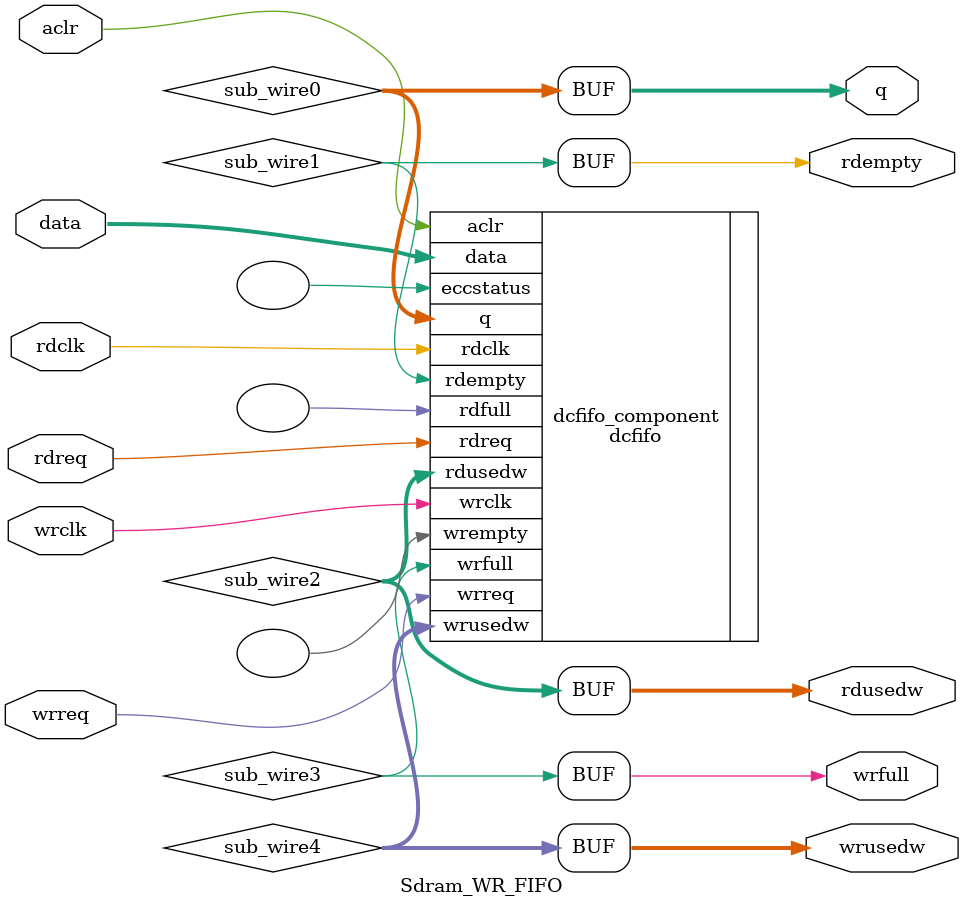
<source format=v>

`timescale 1 ps / 1 ps
// synopsys translate_on
module Sdram_WR_FIFO (
	aclr,
	data,
	rdclk,
	rdreq,
	wrclk,
	wrreq,
	q,
	rdempty,
	rdusedw,
	wrfull,
	wrusedw);

	input	  aclr;
	input	[15:0]  data;
	input	  rdclk;
	input	  rdreq;
	input	  wrclk;
	input	  wrreq;
	output	[15:0]  q;
	output	  rdempty;
	output	[8:0]  rdusedw;
	output	  wrfull;
	output	[8:0]  wrusedw;
`ifndef ALTERA_RESERVED_QIS
// synopsys translate_off
`endif
	tri0	  aclr;
`ifndef ALTERA_RESERVED_QIS
// synopsys translate_on
`endif

	wire [15:0] sub_wire0;
	wire  sub_wire1;
	wire [8:0] sub_wire2;
	wire  sub_wire3;
	wire [8:0] sub_wire4;
	wire [15:0] q = sub_wire0[15:0];
	wire  rdempty = sub_wire1;
	wire [8:0] rdusedw = sub_wire2[8:0];
	wire  wrfull = sub_wire3;
	wire [8:0] wrusedw = sub_wire4[8:0];

	dcfifo	dcfifo_component (
				.aclr (aclr),
				.data (data),
				.rdclk (rdclk),
				.rdreq (rdreq),
				.wrclk (wrclk),
				.wrreq (wrreq),
				.q (sub_wire0),
				.rdempty (sub_wire1),
				.rdusedw (sub_wire2),
				.wrfull (sub_wire3),
				.wrusedw (sub_wire4),
				.eccstatus (),
				.rdfull (),
				.wrempty ());
	defparam
		dcfifo_component.intended_device_family = "Cyclone V",
		dcfifo_component.lpm_hint = "RAM_BLOCK_TYPE=M10K",
		dcfifo_component.lpm_numwords = 512,
		dcfifo_component.lpm_showahead = "OFF",
		dcfifo_component.lpm_type = "dcfifo",
		dcfifo_component.lpm_width = 16,
		dcfifo_component.lpm_widthu = 9,
		dcfifo_component.overflow_checking = "ON",
		dcfifo_component.rdsync_delaypipe = 4,
		dcfifo_component.read_aclr_synch = "OFF",
		dcfifo_component.underflow_checking = "ON",
		dcfifo_component.use_eab = "ON",
		dcfifo_component.write_aclr_synch = "OFF",
		dcfifo_component.wrsync_delaypipe = 4;


endmodule

// ============================================================
// CNX file retrieval info
// ============================================================
// Retrieval info: PRIVATE: AlmostEmpty NUMERIC "0"
// Retrieval info: PRIVATE: AlmostEmptyThr NUMERIC "-1"
// Retrieval info: PRIVATE: AlmostFull NUMERIC "0"
// Retrieval info: PRIVATE: AlmostFullThr NUMERIC "-1"
// Retrieval info: PRIVATE: CLOCKS_ARE_SYNCHRONIZED NUMERIC "0"
// Retrieval info: PRIVATE: Clock NUMERIC "4"
// Retrieval info: PRIVATE: Depth NUMERIC "512"
// Retrieval info: PRIVATE: Empty NUMERIC "1"
// Retrieval info: PRIVATE: Full NUMERIC "1"
// Retrieval info: PRIVATE: INTENDED_DEVICE_FAMILY STRING "Cyclone V"
// Retrieval info: PRIVATE: LE_BasedFIFO NUMERIC "0"
// Retrieval info: PRIVATE: LegacyRREQ NUMERIC "1"
// Retrieval info: PRIVATE: MAX_DEPTH_BY_9 NUMERIC "0"
// Retrieval info: PRIVATE: OVERFLOW_CHECKING NUMERIC "0"
// Retrieval info: PRIVATE: Optimize NUMERIC "1"
// Retrieval info: PRIVATE: RAM_BLOCK_TYPE NUMERIC "2"
// Retrieval info: PRIVATE: SYNTH_WRAPPER_GEN_POSTFIX STRING "0"
// Retrieval info: PRIVATE: UNDERFLOW_CHECKING NUMERIC "0"
// Retrieval info: PRIVATE: UsedW NUMERIC "1"
// Retrieval info: PRIVATE: Width NUMERIC "16"
// Retrieval info: PRIVATE: dc_aclr NUMERIC "1"
// Retrieval info: PRIVATE: diff_widths NUMERIC "0"
// Retrieval info: PRIVATE: msb_usedw NUMERIC "0"
// Retrieval info: PRIVATE: output_width NUMERIC "16"
// Retrieval info: PRIVATE: rsEmpty NUMERIC "1"
// Retrieval info: PRIVATE: rsFull NUMERIC "0"
// Retrieval info: PRIVATE: rsUsedW NUMERIC "1"
// Retrieval info: PRIVATE: sc_aclr NUMERIC "0"
// Retrieval info: PRIVATE: sc_sclr NUMERIC "0"
// Retrieval info: PRIVATE: wsEmpty NUMERIC "0"
// Retrieval info: PRIVATE: wsFull NUMERIC "1"
// Retrieval info: PRIVATE: wsUsedW NUMERIC "1"
// Retrieval info: LIBRARY: altera_mf altera_mf.altera_mf_components.all
// Retrieval info: CONSTANT: INTENDED_DEVICE_FAMILY STRING "Cyclone V"
// Retrieval info: CONSTANT: LPM_HINT STRING "RAM_BLOCK_TYPE=M10K"
// Retrieval info: CONSTANT: LPM_NUMWORDS NUMERIC "512"
// Retrieval info: CONSTANT: LPM_SHOWAHEAD STRING "OFF"
// Retrieval info: CONSTANT: LPM_TYPE STRING "dcfifo"
// Retrieval info: CONSTANT: LPM_WIDTH NUMERIC "16"
// Retrieval info: CONSTANT: LPM_WIDTHU NUMERIC "9"
// Retrieval info: CONSTANT: OVERFLOW_CHECKING STRING "ON"
// Retrieval info: CONSTANT: RDSYNC_DELAYPIPE NUMERIC "4"
// Retrieval info: CONSTANT: READ_ACLR_SYNCH STRING "OFF"
// Retrieval info: CONSTANT: UNDERFLOW_CHECKING STRING "ON"
// Retrieval info: CONSTANT: USE_EAB STRING "ON"
// Retrieval info: CONSTANT: WRITE_ACLR_SYNCH STRING "OFF"
// Retrieval info: CONSTANT: WRSYNC_DELAYPIPE NUMERIC "4"
// Retrieval info: USED_PORT: aclr 0 0 0 0 INPUT GND "aclr"
// Retrieval info: USED_PORT: data 0 0 16 0 INPUT NODEFVAL "data[15..0]"
// Retrieval info: USED_PORT: q 0 0 16 0 OUTPUT NODEFVAL "q[15..0]"
// Retrieval info: USED_PORT: rdclk 0 0 0 0 INPUT NODEFVAL "rdclk"
// Retrieval info: USED_PORT: rdempty 0 0 0 0 OUTPUT NODEFVAL "rdempty"
// Retrieval info: USED_PORT: rdreq 0 0 0 0 INPUT NODEFVAL "rdreq"
// Retrieval info: USED_PORT: rdusedw 0 0 9 0 OUTPUT NODEFVAL "rdusedw[8..0]"
// Retrieval info: USED_PORT: wrclk 0 0 0 0 INPUT NODEFVAL "wrclk"
// Retrieval info: USED_PORT: wrfull 0 0 0 0 OUTPUT NODEFVAL "wrfull"
// Retrieval info: USED_PORT: wrreq 0 0 0 0 INPUT NODEFVAL "wrreq"
// Retrieval info: USED_PORT: wrusedw 0 0 9 0 OUTPUT NODEFVAL "wrusedw[8..0]"
// Retrieval info: CONNECT: @aclr 0 0 0 0 aclr 0 0 0 0
// Retrieval info: CONNECT: @data 0 0 16 0 data 0 0 16 0
// Retrieval info: CONNECT: @rdclk 0 0 0 0 rdclk 0 0 0 0
// Retrieval info: CONNECT: @rdreq 0 0 0 0 rdreq 0 0 0 0
// Retrieval info: CONNECT: @wrclk 0 0 0 0 wrclk 0 0 0 0
// Retrieval info: CONNECT: @wrreq 0 0 0 0 wrreq 0 0 0 0
// Retrieval info: CONNECT: q 0 0 16 0 @q 0 0 16 0
// Retrieval info: CONNECT: rdempty 0 0 0 0 @rdempty 0 0 0 0
// Retrieval info: CONNECT: rdusedw 0 0 9 0 @rdusedw 0 0 9 0
// Retrieval info: CONNECT: wrfull 0 0 0 0 @wrfull 0 0 0 0
// Retrieval info: CONNECT: wrusedw 0 0 9 0 @wrusedw 0 0 9 0
// Retrieval info: GEN_FILE: TYPE_NORMAL Sdram_WR_FIFO.v TRUE
// Retrieval info: GEN_FILE: TYPE_NORMAL Sdram_WR_FIFO.inc FALSE
// Retrieval info: GEN_FILE: TYPE_NORMAL Sdram_WR_FIFO.cmp FALSE
// Retrieval info: GEN_FILE: TYPE_NORMAL Sdram_WR_FIFO.bsf FALSE
// Retrieval info: GEN_FILE: TYPE_NORMAL Sdram_WR_FIFO_inst.v FALSE
// Retrieval info: GEN_FILE: TYPE_NORMAL Sdram_WR_FIFO_bb.v FALSE
// Retrieval info: GEN_FILE: TYPE_NORMAL Sdram_WR_FIFO_waveforms.html TRUE
// Retrieval info: GEN_FILE: TYPE_NORMAL Sdram_WR_FIFO_wave*.jpg FALSE

</source>
